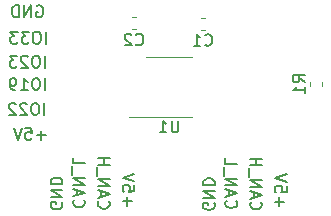
<source format=gbo>
G04 #@! TF.GenerationSoftware,KiCad,Pcbnew,(5.1.2)-1*
G04 #@! TF.CreationDate,2020-12-05T19:35:51+09:00*
G04 #@! TF.ProjectId,M5Atom_CAN,4d354174-6f6d-45f4-9341-4e2e6b696361,rev?*
G04 #@! TF.SameCoordinates,Original*
G04 #@! TF.FileFunction,Legend,Bot*
G04 #@! TF.FilePolarity,Positive*
%FSLAX46Y46*%
G04 Gerber Fmt 4.6, Leading zero omitted, Abs format (unit mm)*
G04 Created by KiCad (PCBNEW (5.1.2)-1) date 2020-12-05 19:35:51*
%MOMM*%
%LPD*%
G04 APERTURE LIST*
%ADD10C,0.150000*%
%ADD11C,0.120000*%
G04 APERTURE END LIST*
D10*
X159377071Y-134699214D02*
X159377071Y-133937309D01*
X158996119Y-134318261D02*
X159758023Y-134318261D01*
X159996119Y-132984928D02*
X159996119Y-133461119D01*
X159519928Y-133508738D01*
X159567547Y-133461119D01*
X159615166Y-133365880D01*
X159615166Y-133127785D01*
X159567547Y-133032547D01*
X159519928Y-132984928D01*
X159424690Y-132937309D01*
X159186595Y-132937309D01*
X159091357Y-132984928D01*
X159043738Y-133032547D01*
X158996119Y-133127785D01*
X158996119Y-133365880D01*
X159043738Y-133461119D01*
X159091357Y-133508738D01*
X159996119Y-132651595D02*
X158996119Y-132318261D01*
X159996119Y-131984928D01*
X153852500Y-134429404D02*
X153900119Y-134524642D01*
X153900119Y-134667500D01*
X153852500Y-134810357D01*
X153757261Y-134905595D01*
X153662023Y-134953214D01*
X153471547Y-135000833D01*
X153328690Y-135000833D01*
X153138214Y-134953214D01*
X153042976Y-134905595D01*
X152947738Y-134810357D01*
X152900119Y-134667500D01*
X152900119Y-134572261D01*
X152947738Y-134429404D01*
X152995357Y-134381785D01*
X153328690Y-134381785D01*
X153328690Y-134572261D01*
X152900119Y-133953214D02*
X153900119Y-133953214D01*
X152900119Y-133381785D01*
X153900119Y-133381785D01*
X152900119Y-132905595D02*
X153900119Y-132905595D01*
X153900119Y-132667500D01*
X153852500Y-132524642D01*
X153757261Y-132429404D01*
X153662023Y-132381785D01*
X153471547Y-132334166D01*
X153328690Y-132334166D01*
X153138214Y-132381785D01*
X153042976Y-132429404D01*
X152947738Y-132524642D01*
X152900119Y-132667500D01*
X152900119Y-132905595D01*
X154900357Y-134207071D02*
X154852738Y-134254690D01*
X154805119Y-134397547D01*
X154805119Y-134492785D01*
X154852738Y-134635642D01*
X154947976Y-134730880D01*
X155043214Y-134778500D01*
X155233690Y-134826119D01*
X155376547Y-134826119D01*
X155567023Y-134778500D01*
X155662261Y-134730880D01*
X155757500Y-134635642D01*
X155805119Y-134492785D01*
X155805119Y-134397547D01*
X155757500Y-134254690D01*
X155709880Y-134207071D01*
X155090833Y-133826119D02*
X155090833Y-133349928D01*
X154805119Y-133921357D02*
X155805119Y-133588023D01*
X154805119Y-133254690D01*
X154805119Y-132921357D02*
X155805119Y-132921357D01*
X154805119Y-132349928D01*
X155805119Y-132349928D01*
X154709880Y-132111833D02*
X154709880Y-131349928D01*
X154805119Y-130635642D02*
X154805119Y-131111833D01*
X155805119Y-131111833D01*
X156995857Y-134326119D02*
X156948238Y-134373738D01*
X156900619Y-134516595D01*
X156900619Y-134611833D01*
X156948238Y-134754690D01*
X157043476Y-134849928D01*
X157138714Y-134897547D01*
X157329190Y-134945166D01*
X157472047Y-134945166D01*
X157662523Y-134897547D01*
X157757761Y-134849928D01*
X157853000Y-134754690D01*
X157900619Y-134611833D01*
X157900619Y-134516595D01*
X157853000Y-134373738D01*
X157805380Y-134326119D01*
X157186333Y-133945166D02*
X157186333Y-133468976D01*
X156900619Y-134040404D02*
X157900619Y-133707071D01*
X156900619Y-133373738D01*
X156900619Y-133040404D02*
X157900619Y-133040404D01*
X156900619Y-132468976D01*
X157900619Y-132468976D01*
X156805380Y-132230880D02*
X156805380Y-131468976D01*
X156900619Y-131230880D02*
X157900619Y-131230880D01*
X157424428Y-131230880D02*
X157424428Y-130659452D01*
X156900619Y-130659452D02*
X157900619Y-130659452D01*
X140962000Y-134365904D02*
X141009619Y-134461142D01*
X141009619Y-134604000D01*
X140962000Y-134746857D01*
X140866761Y-134842095D01*
X140771523Y-134889714D01*
X140581047Y-134937333D01*
X140438190Y-134937333D01*
X140247714Y-134889714D01*
X140152476Y-134842095D01*
X140057238Y-134746857D01*
X140009619Y-134604000D01*
X140009619Y-134508761D01*
X140057238Y-134365904D01*
X140104857Y-134318285D01*
X140438190Y-134318285D01*
X140438190Y-134508761D01*
X140009619Y-133889714D02*
X141009619Y-133889714D01*
X140009619Y-133318285D01*
X141009619Y-133318285D01*
X140009619Y-132842095D02*
X141009619Y-132842095D01*
X141009619Y-132604000D01*
X140962000Y-132461142D01*
X140866761Y-132365904D01*
X140771523Y-132318285D01*
X140581047Y-132270666D01*
X140438190Y-132270666D01*
X140247714Y-132318285D01*
X140152476Y-132365904D01*
X140057238Y-132461142D01*
X140009619Y-132604000D01*
X140009619Y-132842095D01*
X142009857Y-134143571D02*
X141962238Y-134191190D01*
X141914619Y-134334047D01*
X141914619Y-134429285D01*
X141962238Y-134572142D01*
X142057476Y-134667380D01*
X142152714Y-134715000D01*
X142343190Y-134762619D01*
X142486047Y-134762619D01*
X142676523Y-134715000D01*
X142771761Y-134667380D01*
X142867000Y-134572142D01*
X142914619Y-134429285D01*
X142914619Y-134334047D01*
X142867000Y-134191190D01*
X142819380Y-134143571D01*
X142200333Y-133762619D02*
X142200333Y-133286428D01*
X141914619Y-133857857D02*
X142914619Y-133524523D01*
X141914619Y-133191190D01*
X141914619Y-132857857D02*
X142914619Y-132857857D01*
X141914619Y-132286428D01*
X142914619Y-132286428D01*
X141819380Y-132048333D02*
X141819380Y-131286428D01*
X141914619Y-130572142D02*
X141914619Y-131048333D01*
X142914619Y-131048333D01*
X144105357Y-134262619D02*
X144057738Y-134310238D01*
X144010119Y-134453095D01*
X144010119Y-134548333D01*
X144057738Y-134691190D01*
X144152976Y-134786428D01*
X144248214Y-134834047D01*
X144438690Y-134881666D01*
X144581547Y-134881666D01*
X144772023Y-134834047D01*
X144867261Y-134786428D01*
X144962500Y-134691190D01*
X145010119Y-134548333D01*
X145010119Y-134453095D01*
X144962500Y-134310238D01*
X144914880Y-134262619D01*
X144295833Y-133881666D02*
X144295833Y-133405476D01*
X144010119Y-133976904D02*
X145010119Y-133643571D01*
X144010119Y-133310238D01*
X144010119Y-132976904D02*
X145010119Y-132976904D01*
X144010119Y-132405476D01*
X145010119Y-132405476D01*
X143914880Y-132167380D02*
X143914880Y-131405476D01*
X144010119Y-131167380D02*
X145010119Y-131167380D01*
X144533928Y-131167380D02*
X144533928Y-130595952D01*
X144010119Y-130595952D02*
X145010119Y-130595952D01*
X146486571Y-134635714D02*
X146486571Y-133873809D01*
X146105619Y-134254761D02*
X146867523Y-134254761D01*
X147105619Y-132921428D02*
X147105619Y-133397619D01*
X146629428Y-133445238D01*
X146677047Y-133397619D01*
X146724666Y-133302380D01*
X146724666Y-133064285D01*
X146677047Y-132969047D01*
X146629428Y-132921428D01*
X146534190Y-132873809D01*
X146296095Y-132873809D01*
X146200857Y-132921428D01*
X146153238Y-132969047D01*
X146105619Y-133064285D01*
X146105619Y-133302380D01*
X146153238Y-133397619D01*
X146200857Y-133445238D01*
X147105619Y-132588095D02*
X146105619Y-132254761D01*
X147105619Y-131921428D01*
X139588714Y-128658928D02*
X138826809Y-128658928D01*
X139207761Y-129039880D02*
X139207761Y-128277976D01*
X137874428Y-128039880D02*
X138350619Y-128039880D01*
X138398238Y-128516071D01*
X138350619Y-128468452D01*
X138255380Y-128420833D01*
X138017285Y-128420833D01*
X137922047Y-128468452D01*
X137874428Y-128516071D01*
X137826809Y-128611309D01*
X137826809Y-128849404D01*
X137874428Y-128944642D01*
X137922047Y-128992261D01*
X138017285Y-129039880D01*
X138255380Y-129039880D01*
X138350619Y-128992261D01*
X138398238Y-128944642D01*
X137541095Y-128039880D02*
X137207761Y-129039880D01*
X136874428Y-128039880D01*
X139461690Y-126944380D02*
X139461690Y-125944380D01*
X138795023Y-125944380D02*
X138604547Y-125944380D01*
X138509309Y-125992000D01*
X138414071Y-126087238D01*
X138366452Y-126277714D01*
X138366452Y-126611047D01*
X138414071Y-126801523D01*
X138509309Y-126896761D01*
X138604547Y-126944380D01*
X138795023Y-126944380D01*
X138890261Y-126896761D01*
X138985500Y-126801523D01*
X139033119Y-126611047D01*
X139033119Y-126277714D01*
X138985500Y-126087238D01*
X138890261Y-125992000D01*
X138795023Y-125944380D01*
X137985500Y-126039619D02*
X137937880Y-125992000D01*
X137842642Y-125944380D01*
X137604547Y-125944380D01*
X137509309Y-125992000D01*
X137461690Y-126039619D01*
X137414071Y-126134857D01*
X137414071Y-126230095D01*
X137461690Y-126372952D01*
X138033119Y-126944380D01*
X137414071Y-126944380D01*
X137033119Y-126039619D02*
X136985500Y-125992000D01*
X136890261Y-125944380D01*
X136652166Y-125944380D01*
X136556928Y-125992000D01*
X136509309Y-126039619D01*
X136461690Y-126134857D01*
X136461690Y-126230095D01*
X136509309Y-126372952D01*
X137080738Y-126944380D01*
X136461690Y-126944380D01*
X139525190Y-124848880D02*
X139525190Y-123848880D01*
X138858523Y-123848880D02*
X138668047Y-123848880D01*
X138572809Y-123896500D01*
X138477571Y-123991738D01*
X138429952Y-124182214D01*
X138429952Y-124515547D01*
X138477571Y-124706023D01*
X138572809Y-124801261D01*
X138668047Y-124848880D01*
X138858523Y-124848880D01*
X138953761Y-124801261D01*
X139049000Y-124706023D01*
X139096619Y-124515547D01*
X139096619Y-124182214D01*
X139049000Y-123991738D01*
X138953761Y-123896500D01*
X138858523Y-123848880D01*
X137477571Y-124848880D02*
X138049000Y-124848880D01*
X137763285Y-124848880D02*
X137763285Y-123848880D01*
X137858523Y-123991738D01*
X137953761Y-124086976D01*
X138049000Y-124134595D01*
X137001380Y-124848880D02*
X136810904Y-124848880D01*
X136715666Y-124801261D01*
X136668047Y-124753642D01*
X136572809Y-124610785D01*
X136525190Y-124420309D01*
X136525190Y-124039357D01*
X136572809Y-123944119D01*
X136620428Y-123896500D01*
X136715666Y-123848880D01*
X136906142Y-123848880D01*
X137001380Y-123896500D01*
X137049000Y-123944119D01*
X137096619Y-124039357D01*
X137096619Y-124277452D01*
X137049000Y-124372690D01*
X137001380Y-124420309D01*
X136906142Y-124467928D01*
X136715666Y-124467928D01*
X136620428Y-124420309D01*
X136572809Y-124372690D01*
X136525190Y-124277452D01*
X139525190Y-122943880D02*
X139525190Y-121943880D01*
X138858523Y-121943880D02*
X138668047Y-121943880D01*
X138572809Y-121991500D01*
X138477571Y-122086738D01*
X138429952Y-122277214D01*
X138429952Y-122610547D01*
X138477571Y-122801023D01*
X138572809Y-122896261D01*
X138668047Y-122943880D01*
X138858523Y-122943880D01*
X138953761Y-122896261D01*
X139049000Y-122801023D01*
X139096619Y-122610547D01*
X139096619Y-122277214D01*
X139049000Y-122086738D01*
X138953761Y-121991500D01*
X138858523Y-121943880D01*
X138049000Y-122039119D02*
X138001380Y-121991500D01*
X137906142Y-121943880D01*
X137668047Y-121943880D01*
X137572809Y-121991500D01*
X137525190Y-122039119D01*
X137477571Y-122134357D01*
X137477571Y-122229595D01*
X137525190Y-122372452D01*
X138096619Y-122943880D01*
X137477571Y-122943880D01*
X137144238Y-121943880D02*
X136525190Y-121943880D01*
X136858523Y-122324833D01*
X136715666Y-122324833D01*
X136620428Y-122372452D01*
X136572809Y-122420071D01*
X136525190Y-122515309D01*
X136525190Y-122753404D01*
X136572809Y-122848642D01*
X136620428Y-122896261D01*
X136715666Y-122943880D01*
X137001380Y-122943880D01*
X137096619Y-122896261D01*
X137144238Y-122848642D01*
X139588690Y-120911880D02*
X139588690Y-119911880D01*
X138922023Y-119911880D02*
X138731547Y-119911880D01*
X138636309Y-119959500D01*
X138541071Y-120054738D01*
X138493452Y-120245214D01*
X138493452Y-120578547D01*
X138541071Y-120769023D01*
X138636309Y-120864261D01*
X138731547Y-120911880D01*
X138922023Y-120911880D01*
X139017261Y-120864261D01*
X139112500Y-120769023D01*
X139160119Y-120578547D01*
X139160119Y-120245214D01*
X139112500Y-120054738D01*
X139017261Y-119959500D01*
X138922023Y-119911880D01*
X138160119Y-119911880D02*
X137541071Y-119911880D01*
X137874404Y-120292833D01*
X137731547Y-120292833D01*
X137636309Y-120340452D01*
X137588690Y-120388071D01*
X137541071Y-120483309D01*
X137541071Y-120721404D01*
X137588690Y-120816642D01*
X137636309Y-120864261D01*
X137731547Y-120911880D01*
X138017261Y-120911880D01*
X138112500Y-120864261D01*
X138160119Y-120816642D01*
X137207738Y-119911880D02*
X136588690Y-119911880D01*
X136922023Y-120292833D01*
X136779166Y-120292833D01*
X136683928Y-120340452D01*
X136636309Y-120388071D01*
X136588690Y-120483309D01*
X136588690Y-120721404D01*
X136636309Y-120816642D01*
X136683928Y-120864261D01*
X136779166Y-120911880D01*
X137064880Y-120911880D01*
X137160119Y-120864261D01*
X137207738Y-120816642D01*
X138810904Y-117737000D02*
X138906142Y-117689380D01*
X139049000Y-117689380D01*
X139191857Y-117737000D01*
X139287095Y-117832238D01*
X139334714Y-117927476D01*
X139382333Y-118117952D01*
X139382333Y-118260809D01*
X139334714Y-118451285D01*
X139287095Y-118546523D01*
X139191857Y-118641761D01*
X139049000Y-118689380D01*
X138953761Y-118689380D01*
X138810904Y-118641761D01*
X138763285Y-118594142D01*
X138763285Y-118260809D01*
X138953761Y-118260809D01*
X138334714Y-118689380D02*
X138334714Y-117689380D01*
X137763285Y-118689380D01*
X137763285Y-117689380D01*
X137287095Y-118689380D02*
X137287095Y-117689380D01*
X137049000Y-117689380D01*
X136906142Y-117737000D01*
X136810904Y-117832238D01*
X136763285Y-117927476D01*
X136715666Y-118117952D01*
X136715666Y-118260809D01*
X136763285Y-118451285D01*
X136810904Y-118546523D01*
X136906142Y-118641761D01*
X137049000Y-118689380D01*
X137287095Y-118689380D01*
D11*
X163006500Y-124175733D02*
X163006500Y-124518267D01*
X161986500Y-124175733D02*
X161986500Y-124518267D01*
X150050000Y-127147000D02*
X146600000Y-127147000D01*
X150050000Y-127147000D02*
X152000000Y-127147000D01*
X150050000Y-122027000D02*
X148100000Y-122027000D01*
X150050000Y-122027000D02*
X152000000Y-122027000D01*
X153079267Y-119763000D02*
X152736733Y-119763000D01*
X153079267Y-118743000D02*
X152736733Y-118743000D01*
X146880733Y-118680000D02*
X147223267Y-118680000D01*
X146880733Y-119700000D02*
X147223267Y-119700000D01*
D10*
X161518880Y-124180333D02*
X161042690Y-123847000D01*
X161518880Y-123608904D02*
X160518880Y-123608904D01*
X160518880Y-123989857D01*
X160566500Y-124085095D01*
X160614119Y-124132714D01*
X160709357Y-124180333D01*
X160852214Y-124180333D01*
X160947452Y-124132714D01*
X160995071Y-124085095D01*
X161042690Y-123989857D01*
X161042690Y-123608904D01*
X161518880Y-125132714D02*
X161518880Y-124561285D01*
X161518880Y-124847000D02*
X160518880Y-124847000D01*
X160661738Y-124751761D01*
X160756976Y-124656523D01*
X160804595Y-124561285D01*
X150811904Y-127439380D02*
X150811904Y-128248904D01*
X150764285Y-128344142D01*
X150716666Y-128391761D01*
X150621428Y-128439380D01*
X150430952Y-128439380D01*
X150335714Y-128391761D01*
X150288095Y-128344142D01*
X150240476Y-128248904D01*
X150240476Y-127439380D01*
X149240476Y-128439380D02*
X149811904Y-128439380D01*
X149526190Y-128439380D02*
X149526190Y-127439380D01*
X149621428Y-127582238D01*
X149716666Y-127677476D01*
X149811904Y-127725095D01*
X153074666Y-121007642D02*
X153122285Y-121055261D01*
X153265142Y-121102880D01*
X153360380Y-121102880D01*
X153503238Y-121055261D01*
X153598476Y-120960023D01*
X153646095Y-120864785D01*
X153693714Y-120674309D01*
X153693714Y-120531452D01*
X153646095Y-120340976D01*
X153598476Y-120245738D01*
X153503238Y-120150500D01*
X153360380Y-120102880D01*
X153265142Y-120102880D01*
X153122285Y-120150500D01*
X153074666Y-120198119D01*
X152122285Y-121102880D02*
X152693714Y-121102880D01*
X152408000Y-121102880D02*
X152408000Y-120102880D01*
X152503238Y-120245738D01*
X152598476Y-120340976D01*
X152693714Y-120388595D01*
X147218666Y-120977142D02*
X147266285Y-121024761D01*
X147409142Y-121072380D01*
X147504380Y-121072380D01*
X147647238Y-121024761D01*
X147742476Y-120929523D01*
X147790095Y-120834285D01*
X147837714Y-120643809D01*
X147837714Y-120500952D01*
X147790095Y-120310476D01*
X147742476Y-120215238D01*
X147647238Y-120120000D01*
X147504380Y-120072380D01*
X147409142Y-120072380D01*
X147266285Y-120120000D01*
X147218666Y-120167619D01*
X146837714Y-120167619D02*
X146790095Y-120120000D01*
X146694857Y-120072380D01*
X146456761Y-120072380D01*
X146361523Y-120120000D01*
X146313904Y-120167619D01*
X146266285Y-120262857D01*
X146266285Y-120358095D01*
X146313904Y-120500952D01*
X146885333Y-121072380D01*
X146266285Y-121072380D01*
M02*

</source>
